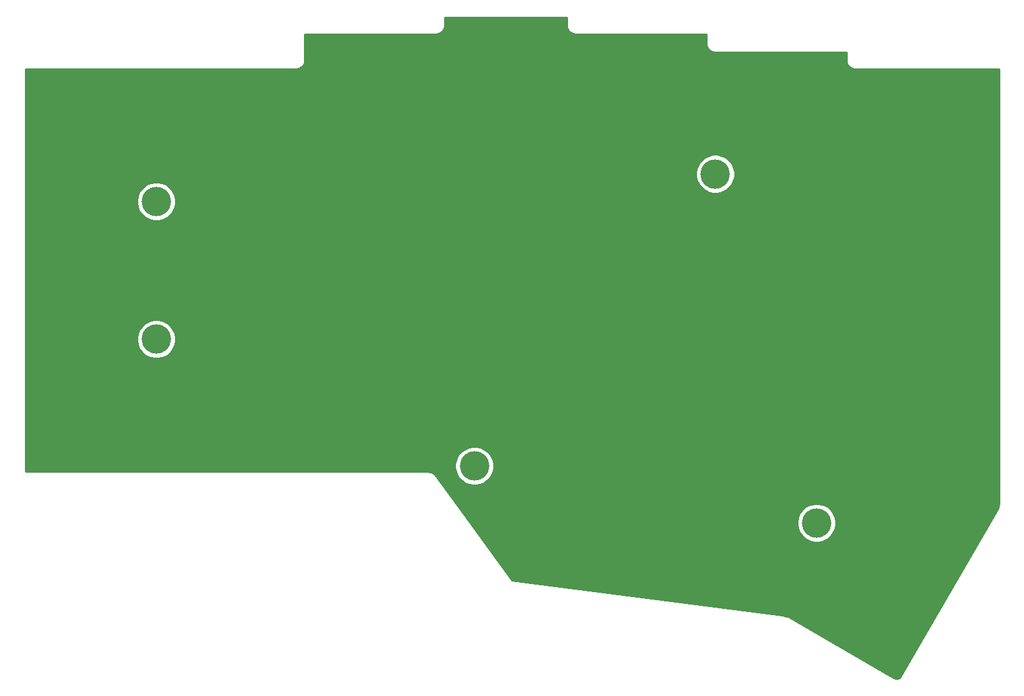
<source format=gbr>
%TF.GenerationSoftware,KiCad,Pcbnew,7.0.7*%
%TF.CreationDate,2023-09-12T18:25:18+01:00*%
%TF.ProjectId,bottom,626f7474-6f6d-42e6-9b69-6361645f7063,1.0*%
%TF.SameCoordinates,Original*%
%TF.FileFunction,Copper,L2,Bot*%
%TF.FilePolarity,Positive*%
%FSLAX46Y46*%
G04 Gerber Fmt 4.6, Leading zero omitted, Abs format (unit mm)*
G04 Created by KiCad (PCBNEW 7.0.7) date 2023-09-12 18:25:18*
%MOMM*%
%LPD*%
G01*
G04 APERTURE LIST*
%TA.AperFunction,NonConductor*%
%ADD10C,0.000000*%
%TD*%
%TA.AperFunction,ViaPad*%
%ADD11C,4.000000*%
%TD*%
%TA.AperFunction,Conductor*%
%ADD12C,0.254000*%
%TD*%
G04 APERTURE END LIST*
D10*
%TA.AperFunction,NonConductor*%
G36*
X135290000Y-62784880D02*
G01*
X135292960Y-62814880D01*
X135292930Y-62817840D01*
X135293900Y-62827710D01*
X135298940Y-62875660D01*
X135300270Y-62889180D01*
X135300410Y-62889630D01*
X135304100Y-62924750D01*
X135317050Y-62987810D01*
X135329100Y-63051000D01*
X135331960Y-63060490D01*
X135360820Y-63153710D01*
X135385750Y-63213020D01*
X135409870Y-63272700D01*
X135414520Y-63281450D01*
X135460930Y-63367290D01*
X135496900Y-63420610D01*
X135532150Y-63474490D01*
X135538420Y-63482170D01*
X135600620Y-63557360D01*
X135646270Y-63602690D01*
X135691300Y-63648670D01*
X135698940Y-63654990D01*
X135774560Y-63716670D01*
X135828150Y-63752270D01*
X135881260Y-63788640D01*
X135889980Y-63793360D01*
X135976140Y-63839170D01*
X136035610Y-63863680D01*
X136094780Y-63889040D01*
X136104250Y-63891970D01*
X136197670Y-63920170D01*
X136260790Y-63932670D01*
X136323740Y-63946050D01*
X136333600Y-63947090D01*
X136430720Y-63956610D01*
X136465120Y-63960000D01*
X154290000Y-63960000D01*
X154290000Y-65284880D01*
X154292960Y-65314880D01*
X154292930Y-65317840D01*
X154293900Y-65327710D01*
X154298940Y-65375660D01*
X154300270Y-65389180D01*
X154300410Y-65389630D01*
X154304100Y-65424750D01*
X154317050Y-65487810D01*
X154329100Y-65551000D01*
X154331960Y-65560490D01*
X154360820Y-65653710D01*
X154385750Y-65713020D01*
X154409870Y-65772700D01*
X154414520Y-65781450D01*
X154460930Y-65867290D01*
X154496900Y-65920610D01*
X154532150Y-65974490D01*
X154538420Y-65982170D01*
X154600620Y-66057360D01*
X154646270Y-66102690D01*
X154691300Y-66148670D01*
X154698940Y-66154990D01*
X154774560Y-66216670D01*
X154828150Y-66252270D01*
X154881260Y-66288640D01*
X154889980Y-66293360D01*
X154976140Y-66339170D01*
X155035610Y-66363680D01*
X155094780Y-66389040D01*
X155104250Y-66391970D01*
X155197670Y-66420170D01*
X155260790Y-66432670D01*
X155323740Y-66446050D01*
X155333600Y-66447090D01*
X155430720Y-66456610D01*
X155465120Y-66460000D01*
X173290000Y-66460000D01*
X173290000Y-67534880D01*
X173292960Y-67564870D01*
X173292930Y-67567840D01*
X173293900Y-67577710D01*
X173298960Y-67625800D01*
X173300270Y-67639180D01*
X173300410Y-67639630D01*
X173304100Y-67674750D01*
X173317050Y-67737810D01*
X173329100Y-67801000D01*
X173331960Y-67810490D01*
X173360820Y-67903710D01*
X173385750Y-67963020D01*
X173409870Y-68022700D01*
X173414520Y-68031450D01*
X173460930Y-68117290D01*
X173496900Y-68170610D01*
X173532150Y-68224490D01*
X173538420Y-68232170D01*
X173600620Y-68307360D01*
X173646270Y-68352690D01*
X173691300Y-68398670D01*
X173698940Y-68404990D01*
X173774560Y-68466670D01*
X173828150Y-68502270D01*
X173881260Y-68538640D01*
X173889980Y-68543360D01*
X173976140Y-68589170D01*
X174035610Y-68613680D01*
X174094780Y-68639040D01*
X174104250Y-68641970D01*
X174197670Y-68670170D01*
X174260790Y-68682670D01*
X174323740Y-68696050D01*
X174333600Y-68697090D01*
X174430720Y-68706610D01*
X174465120Y-68710000D01*
X194040000Y-68710000D01*
X194040000Y-127945010D01*
X194020390Y-128176840D01*
X193964580Y-128371000D01*
X193883510Y-128538740D01*
X193881090Y-128545330D01*
X180708000Y-151380340D01*
X180620780Y-151486710D01*
X180519300Y-151570200D01*
X180403530Y-151632400D01*
X180277890Y-151670930D01*
X180147150Y-151684310D01*
X180016310Y-151672050D01*
X179890340Y-151634610D01*
X179794330Y-151584090D01*
X179785340Y-151577650D01*
X165399940Y-143267760D01*
X165304480Y-143224480D01*
X165168290Y-143192690D01*
X165156670Y-143192310D01*
X164634050Y-143088830D01*
X164576190Y-143075430D01*
X127878030Y-138300670D01*
X121993250Y-130240480D01*
X166615000Y-130240480D01*
X166615000Y-130759530D01*
X166716260Y-131268600D01*
X166914890Y-131748140D01*
X167203260Y-132179720D01*
X167570290Y-132546740D01*
X168001860Y-132835110D01*
X168481400Y-133033740D01*
X168990480Y-133135000D01*
X169509530Y-133135000D01*
X170018600Y-133033740D01*
X170498140Y-132835110D01*
X170929720Y-132546740D01*
X171296740Y-132179720D01*
X171585110Y-131748140D01*
X171783740Y-131268600D01*
X171885000Y-130759530D01*
X171885000Y-130240480D01*
X171783740Y-129731400D01*
X171585110Y-129251860D01*
X171296740Y-128820290D01*
X170929720Y-128453260D01*
X170498140Y-128164890D01*
X170018600Y-127966260D01*
X169509530Y-127865000D01*
X168990480Y-127865000D01*
X168481400Y-127966260D01*
X168001860Y-128164890D01*
X167570290Y-128453260D01*
X167203260Y-128820290D01*
X166914890Y-129251860D01*
X166716260Y-129731400D01*
X166615000Y-130240480D01*
X121993250Y-130240480D01*
X117460570Y-124032210D01*
X117448380Y-124008790D01*
X117423910Y-123978240D01*
X117405650Y-123950330D01*
X117383190Y-123927390D01*
X117361760Y-123900640D01*
X117354780Y-123893590D01*
X117353550Y-123892360D01*
X117335050Y-123877210D01*
X117333060Y-123874980D01*
X117328510Y-123871560D01*
X117308700Y-123851330D01*
X117301060Y-123845010D01*
X117225440Y-123783330D01*
X117171850Y-123747730D01*
X117118740Y-123711360D01*
X117110020Y-123706640D01*
X117023860Y-123660830D01*
X116964390Y-123636320D01*
X116905220Y-123610960D01*
X116895750Y-123608030D01*
X116802330Y-123579830D01*
X116739210Y-123567330D01*
X116676260Y-123553950D01*
X116666400Y-123552910D01*
X116569280Y-123543390D01*
X116534880Y-123540000D01*
X61710000Y-123540000D01*
X61710000Y-122490480D01*
X120115000Y-122490480D01*
X120115000Y-123009530D01*
X120216260Y-123518600D01*
X120414890Y-123998140D01*
X120703260Y-124429720D01*
X121070290Y-124796740D01*
X121501860Y-125085110D01*
X121981400Y-125283740D01*
X122490480Y-125385000D01*
X123009530Y-125385000D01*
X123518600Y-125283740D01*
X123998140Y-125085110D01*
X124429720Y-124796740D01*
X124796740Y-124429720D01*
X125085110Y-123998140D01*
X125283740Y-123518600D01*
X125385000Y-123009530D01*
X125385000Y-122490480D01*
X125283740Y-121981400D01*
X125085110Y-121501860D01*
X124796740Y-121070290D01*
X124429720Y-120703260D01*
X123998140Y-120414890D01*
X123518600Y-120216260D01*
X123009530Y-120115000D01*
X122490480Y-120115000D01*
X121981400Y-120216260D01*
X121501860Y-120414890D01*
X121070290Y-120703260D01*
X120703260Y-121070290D01*
X120414890Y-121501860D01*
X120216260Y-121981400D01*
X120115000Y-122490480D01*
X61710000Y-122490480D01*
X61710000Y-105240480D01*
X76865000Y-105240480D01*
X76865000Y-105759530D01*
X76966260Y-106268600D01*
X77164890Y-106748140D01*
X77453260Y-107179720D01*
X77820290Y-107546740D01*
X78251860Y-107835110D01*
X78731400Y-108033740D01*
X79240480Y-108135000D01*
X79759530Y-108135000D01*
X80268600Y-108033740D01*
X80748140Y-107835110D01*
X81179720Y-107546740D01*
X81546740Y-107179720D01*
X81835110Y-106748140D01*
X82033740Y-106268600D01*
X82135000Y-105759530D01*
X82135000Y-105240480D01*
X82033740Y-104731400D01*
X81835110Y-104251860D01*
X81546740Y-103820290D01*
X81179720Y-103453260D01*
X80748140Y-103164890D01*
X80268600Y-102966260D01*
X79759530Y-102865000D01*
X79240480Y-102865000D01*
X78731400Y-102966260D01*
X78251860Y-103164890D01*
X77820290Y-103453260D01*
X77453260Y-103820290D01*
X77164890Y-104251860D01*
X76966260Y-104731400D01*
X76865000Y-105240480D01*
X61710000Y-105240480D01*
X61710000Y-86490480D01*
X76865000Y-86490480D01*
X76865000Y-87009530D01*
X76966260Y-87518600D01*
X77164890Y-87998140D01*
X77453260Y-88429720D01*
X77820290Y-88796740D01*
X78251860Y-89085110D01*
X78731400Y-89283740D01*
X79240480Y-89385000D01*
X79759530Y-89385000D01*
X80268600Y-89283740D01*
X80748140Y-89085110D01*
X81179720Y-88796740D01*
X81546740Y-88429720D01*
X81835110Y-87998140D01*
X82033740Y-87518600D01*
X82135000Y-87009530D01*
X82135000Y-86490480D01*
X82033740Y-85981400D01*
X81835110Y-85501860D01*
X81546740Y-85070290D01*
X81179720Y-84703260D01*
X80748140Y-84414890D01*
X80268600Y-84216260D01*
X79759530Y-84115000D01*
X79240480Y-84115000D01*
X78731400Y-84216260D01*
X78251860Y-84414890D01*
X77820290Y-84703260D01*
X77453260Y-85070290D01*
X77164890Y-85501860D01*
X76966260Y-85981400D01*
X76865000Y-86490480D01*
X61710000Y-86490480D01*
X61710000Y-82740480D01*
X152865000Y-82740480D01*
X152865000Y-83259530D01*
X152966260Y-83768600D01*
X153164890Y-84248140D01*
X153453260Y-84679720D01*
X153820290Y-85046740D01*
X154251860Y-85335110D01*
X154731400Y-85533740D01*
X155240480Y-85635000D01*
X155759530Y-85635000D01*
X156268600Y-85533740D01*
X156748140Y-85335110D01*
X157179720Y-85046740D01*
X157546740Y-84679720D01*
X157835110Y-84248140D01*
X158033740Y-83768600D01*
X158135000Y-83259530D01*
X158135000Y-82740480D01*
X158033740Y-82231400D01*
X157835110Y-81751860D01*
X157546740Y-81320290D01*
X157179720Y-80953260D01*
X156748140Y-80664890D01*
X156268600Y-80466260D01*
X155759530Y-80365000D01*
X155240480Y-80365000D01*
X154731400Y-80466260D01*
X154251860Y-80664890D01*
X153820290Y-80953260D01*
X153453260Y-81320290D01*
X153164890Y-81751860D01*
X152966260Y-82231400D01*
X152865000Y-82740480D01*
X61710000Y-82740480D01*
X61710000Y-68710000D01*
X98534880Y-68710000D01*
X98564880Y-68707050D01*
X98567840Y-68707070D01*
X98577710Y-68706100D01*
X98625650Y-68701060D01*
X98639180Y-68699730D01*
X98639640Y-68699590D01*
X98674750Y-68695900D01*
X98737810Y-68682960D01*
X98801000Y-68670900D01*
X98810490Y-68668040D01*
X98903710Y-68639180D01*
X98963020Y-68614250D01*
X99022700Y-68590140D01*
X99031450Y-68585480D01*
X99117290Y-68539070D01*
X99170610Y-68503100D01*
X99224490Y-68467850D01*
X99232170Y-68461580D01*
X99307360Y-68399380D01*
X99352690Y-68353730D01*
X99398670Y-68308700D01*
X99404990Y-68301060D01*
X99466670Y-68225440D01*
X99502270Y-68171850D01*
X99538640Y-68118740D01*
X99543360Y-68110020D01*
X99589170Y-68023860D01*
X99613680Y-67964390D01*
X99639040Y-67905220D01*
X99641970Y-67895750D01*
X99670170Y-67802330D01*
X99682670Y-67739210D01*
X99696050Y-67676260D01*
X99697090Y-67666400D01*
X99706610Y-67569280D01*
X99710000Y-67534880D01*
X99710000Y-63960000D01*
X117534880Y-63960000D01*
X117564880Y-63957050D01*
X117567840Y-63957070D01*
X117577710Y-63956100D01*
X117625650Y-63951060D01*
X117639180Y-63949730D01*
X117639640Y-63949590D01*
X117674750Y-63945900D01*
X117737810Y-63932960D01*
X117801000Y-63920900D01*
X117810490Y-63918040D01*
X117903710Y-63889180D01*
X117963020Y-63864250D01*
X118022700Y-63840140D01*
X118031450Y-63835480D01*
X118117290Y-63789070D01*
X118170610Y-63753100D01*
X118224490Y-63717850D01*
X118232170Y-63711580D01*
X118307360Y-63649380D01*
X118352690Y-63603730D01*
X118398670Y-63558700D01*
X118404990Y-63551060D01*
X118466670Y-63475440D01*
X118502270Y-63421850D01*
X118538640Y-63368740D01*
X118543360Y-63360020D01*
X118589170Y-63273860D01*
X118613680Y-63214390D01*
X118639040Y-63155220D01*
X118641970Y-63145750D01*
X118670170Y-63052330D01*
X118682670Y-62989210D01*
X118696050Y-62926260D01*
X118697090Y-62916400D01*
X118706610Y-62819280D01*
X118710000Y-62784880D01*
X118710000Y-61710000D01*
X135290000Y-61710000D01*
X135290000Y-62784880D01*
G37*
%TD.AperFunction*%
D11*
%TO.N,*%
X155500000Y-83000000D03*
X79500000Y-105500000D03*
X169250000Y-130500000D03*
X122750000Y-122750000D03*
X79500000Y-86750000D03*
%TD*%
D12*
%TO.N,*%
X117674750Y-63945900D02*
X117737810Y-63932960D01*
X99670170Y-67802330D02*
X99682670Y-67739210D01*
X124429720Y-124796740D02*
X124796740Y-124429720D01*
X173774560Y-68466670D02*
X173828150Y-68502270D01*
X79240480Y-89385000D02*
X79759530Y-89385000D01*
X154774560Y-66216670D02*
X154828150Y-66252270D01*
X158033740Y-83768600D02*
X158135000Y-83259530D01*
X166615000Y-130240480D02*
X166615000Y-130759530D01*
X170498140Y-128164890D02*
X170018600Y-127966260D01*
X135409870Y-63272700D02*
X135414520Y-63281450D01*
X116569280Y-123543390D02*
X116534880Y-123540000D01*
X180403530Y-151632400D02*
X180277890Y-151670930D01*
X135600620Y-63557360D02*
X135646270Y-63602690D01*
X98639180Y-68699730D02*
X98639640Y-68699590D01*
X99022700Y-68590140D02*
X99031450Y-68585480D01*
X169509530Y-133135000D02*
X170018600Y-133033740D01*
X173331960Y-67810490D02*
X173360820Y-67903710D01*
X117361760Y-123900640D02*
X117354780Y-123893590D01*
X117301060Y-123845010D02*
X117225440Y-123783330D01*
X99706610Y-67569280D02*
X99710000Y-67534880D01*
X154731400Y-85533740D02*
X155240480Y-85635000D01*
X173360820Y-67903710D02*
X173385750Y-67963020D01*
X117625650Y-63951060D02*
X117639180Y-63949730D01*
X81835110Y-85501860D02*
X81546740Y-85070290D01*
X171585110Y-129251860D02*
X171296740Y-128820290D01*
X154691300Y-66148670D02*
X154698940Y-66154990D01*
X136323740Y-63946050D02*
X136333600Y-63947090D01*
X77164890Y-87998140D02*
X77453260Y-88429720D01*
X136430720Y-63956610D02*
X136430720Y-63956610D01*
X78251860Y-89085110D02*
X78731400Y-89283740D01*
X82135000Y-87009530D02*
X82135000Y-86490480D01*
X152865000Y-82740480D02*
X61710000Y-82740480D01*
X155240480Y-80365000D02*
X154731400Y-80466260D01*
X194040000Y-127945010D02*
X194020390Y-128176840D01*
X120703260Y-121070290D02*
X120414890Y-121501860D01*
X117110020Y-123706640D02*
X117023860Y-123660830D01*
X193883510Y-128538740D02*
X193881090Y-128545330D01*
X171585110Y-131748140D02*
X171783740Y-131268600D01*
X118307360Y-63649380D02*
X118352690Y-63603730D01*
X123998140Y-120414890D02*
X123518600Y-120216260D01*
X135300270Y-62889180D02*
X135300410Y-62889630D01*
X99224490Y-68467850D02*
X99232170Y-68461580D01*
X117564880Y-63957050D02*
X117567840Y-63957070D01*
X168001860Y-128164890D02*
X167570290Y-128453260D01*
X173385750Y-67963020D02*
X173409870Y-68022700D01*
X99232170Y-68461580D02*
X99307360Y-68399380D01*
X152966260Y-83768600D02*
X153164890Y-84248140D01*
X173691300Y-68398670D02*
X173698940Y-68404990D01*
X174430720Y-68706610D02*
X174430720Y-68706610D01*
X155104250Y-66391970D02*
X155197670Y-66420170D01*
X135698940Y-63654990D02*
X135774560Y-63716670D01*
X154889980Y-66293360D02*
X154976140Y-66339170D01*
X118706610Y-62819280D02*
X118710000Y-62784880D01*
X121981400Y-120216260D02*
X121501860Y-120414890D01*
X98674750Y-68695900D02*
X98737810Y-68682960D01*
X135331960Y-63060490D02*
X135360820Y-63153710D01*
X98534880Y-68710000D02*
X98564880Y-68707050D01*
X136430720Y-63956610D02*
X136465120Y-63960000D01*
X154331960Y-65560490D02*
X154360820Y-65653710D01*
X118398670Y-63558700D02*
X118404990Y-63551060D01*
X154300270Y-65389180D02*
X154300410Y-65389630D01*
X154290000Y-63960000D02*
X154290000Y-65284880D01*
X154385750Y-65713020D02*
X154409870Y-65772700D01*
X170018600Y-133033740D02*
X170498140Y-132835110D01*
X154290000Y-65284880D02*
X154292960Y-65314880D01*
X155465120Y-66460000D02*
X173290000Y-66460000D01*
X80748140Y-89085110D02*
X81179720Y-88796740D01*
X118641970Y-63145750D02*
X118670170Y-63052330D01*
X135290000Y-62784880D02*
X135292960Y-62814880D01*
X77453260Y-88429720D02*
X77820290Y-88796740D01*
X135691300Y-63648670D02*
X135698940Y-63654990D01*
X99031450Y-68585480D02*
X99117290Y-68539070D01*
X118022700Y-63840140D02*
X118031450Y-63835480D01*
X118117290Y-63789070D02*
X118170610Y-63753100D01*
X61710000Y-68710000D02*
X98534880Y-68710000D01*
X120216260Y-123518600D02*
X120414890Y-123998140D01*
X155430720Y-66456610D02*
X155465120Y-66460000D01*
X98564880Y-68707050D02*
X98567840Y-68707070D01*
X153453260Y-81320290D02*
X153164890Y-81751860D01*
X117639180Y-63949730D02*
X117639640Y-63949590D01*
X155035610Y-66363680D02*
X155094780Y-66389040D01*
X99352690Y-68353730D02*
X99398670Y-68308700D01*
X117328510Y-123871560D02*
X117308700Y-123851330D01*
X153453260Y-84679720D02*
X153820290Y-85046740D01*
X116569280Y-123543390D02*
X116569280Y-123543390D01*
X78731400Y-108033740D02*
X79240480Y-108135000D01*
X116739210Y-123567330D02*
X116676260Y-123553950D01*
X99502270Y-68171850D02*
X99538640Y-68118740D01*
X124796740Y-124429720D02*
X125085110Y-123998140D01*
X98903710Y-68639180D02*
X98963020Y-68614250D01*
X79240480Y-108135000D02*
X79759530Y-108135000D01*
X116895750Y-123608030D02*
X116802330Y-123579830D01*
X135360820Y-63153710D02*
X135385750Y-63213020D01*
X165168290Y-143192690D02*
X165156670Y-143192310D01*
X174430720Y-68706610D02*
X174465120Y-68710000D01*
X157835110Y-84248140D02*
X158033740Y-83768600D01*
X118696050Y-62926260D02*
X118697090Y-62916400D01*
X125385000Y-123009530D02*
X125385000Y-122490480D01*
X135293900Y-62827710D02*
X135298940Y-62875660D01*
X98639640Y-68699590D02*
X98674750Y-68695900D01*
X117460570Y-124032210D02*
X117448380Y-124008790D01*
X154251860Y-80664890D02*
X153820290Y-80953260D01*
X166914890Y-131748140D02*
X167203260Y-132179720D01*
X120414890Y-123998140D02*
X120703260Y-124429720D01*
X194020390Y-128176840D02*
X193964580Y-128371000D01*
X78251860Y-103164890D02*
X77820290Y-103453260D01*
X77820290Y-103453260D02*
X77453260Y-103820290D01*
X118538640Y-63368740D02*
X118543360Y-63360020D01*
X118613680Y-63214390D02*
X118639040Y-63155220D01*
X82033740Y-87518600D02*
X82135000Y-87009530D01*
X117354780Y-123893590D02*
X117353550Y-123892360D01*
X79759530Y-89385000D02*
X80268600Y-89283740D01*
X117023860Y-123660830D02*
X116964390Y-123636320D01*
X156268600Y-80466260D02*
X155759530Y-80365000D01*
X164576190Y-143075430D02*
X127878030Y-138300670D01*
X77164890Y-106748140D02*
X77453260Y-107179720D01*
X77164890Y-85501860D02*
X76966260Y-85981400D01*
X61710000Y-82740480D02*
X61710000Y-68710000D01*
X173881260Y-68538640D02*
X173889980Y-68543360D01*
X174333600Y-68697090D02*
X174430720Y-68706610D01*
X117118740Y-123711360D02*
X117110020Y-123706640D01*
X152865000Y-83259530D02*
X152966260Y-83768600D01*
X179785340Y-151577650D02*
X165399940Y-143267760D01*
X173646270Y-68352690D02*
X173691300Y-68398670D01*
X121501860Y-120414890D02*
X121070290Y-120703260D01*
X79759530Y-84115000D02*
X79240480Y-84115000D01*
X99543360Y-68110020D02*
X99589170Y-68023860D01*
X116905220Y-123610960D02*
X116895750Y-123608030D01*
X166914890Y-129251860D02*
X166716260Y-129731400D01*
X118589170Y-63273860D02*
X118613680Y-63214390D01*
X173292930Y-67567840D02*
X173293900Y-67577710D01*
X173828150Y-68502270D02*
X173881260Y-68538640D01*
X117308700Y-123851330D02*
X117301060Y-123845010D01*
X118543360Y-63360020D02*
X118589170Y-63273860D01*
X153820290Y-85046740D02*
X154251860Y-85335110D01*
X157546740Y-81320290D02*
X157179720Y-80953260D01*
X135976140Y-63839170D02*
X136035610Y-63863680D01*
X154300410Y-65389630D02*
X154304100Y-65424750D01*
X121993250Y-130240480D02*
X166615000Y-130240480D01*
X179890340Y-151634610D02*
X179794330Y-151584090D01*
X99538640Y-68118740D02*
X99543360Y-68110020D01*
X81835110Y-104251860D02*
X81546740Y-103820290D01*
X77453260Y-103820290D02*
X77164890Y-104251860D01*
X117171850Y-123747730D02*
X117118740Y-123711360D01*
X165304480Y-143224480D02*
X165168290Y-143192690D01*
X154292960Y-65314880D02*
X154292930Y-65317840D01*
X135460930Y-63367290D02*
X135496900Y-63420610D01*
X136465120Y-63960000D02*
X154290000Y-63960000D01*
X168990480Y-127865000D02*
X168481400Y-127966260D01*
X166615000Y-130240480D02*
X121993250Y-130240480D01*
X118710000Y-61710000D02*
X135290000Y-61710000D01*
X180277890Y-151670930D02*
X180147150Y-151684310D01*
X79759530Y-102865000D02*
X79240480Y-102865000D01*
X77164890Y-104251860D02*
X76966260Y-104731400D01*
X77820290Y-84703260D02*
X77453260Y-85070290D01*
X170929720Y-132546740D02*
X171296740Y-132179720D01*
X61710000Y-82740480D02*
X152865000Y-82740480D01*
X136035610Y-63863680D02*
X136094780Y-63889040D01*
X117810490Y-63918040D02*
X117903710Y-63889180D01*
X116676260Y-123553950D02*
X116666400Y-123552910D01*
X121993250Y-130240480D02*
X117460570Y-124032210D01*
X81179720Y-84703260D02*
X80748140Y-84414890D01*
X171885000Y-130759530D02*
X171885000Y-130240480D01*
X171885000Y-130240480D02*
X171783740Y-129731400D01*
X80268600Y-89283740D02*
X80748140Y-89085110D01*
X127878030Y-138300670D02*
X121993250Y-130240480D01*
X78731400Y-102966260D02*
X78251860Y-103164890D01*
X99641970Y-67895750D02*
X99670170Y-67802330D01*
X166716260Y-129731400D02*
X166615000Y-130240480D01*
X154414520Y-65781450D02*
X154460930Y-65867290D01*
X82033740Y-106268600D02*
X82135000Y-105759530D01*
X120703260Y-124429720D02*
X121070290Y-124796740D01*
X154828150Y-66252270D02*
X154881260Y-66288640D01*
X78251860Y-84414890D02*
X77820290Y-84703260D01*
X123998140Y-125085110D02*
X124429720Y-124796740D01*
X76966260Y-85981400D02*
X76865000Y-86490480D01*
X135290000Y-61710000D02*
X135290000Y-62784880D01*
X118670170Y-63052330D02*
X118682670Y-62989210D01*
X118404990Y-63551060D02*
X118466670Y-63475440D01*
X117423910Y-123978240D02*
X117405650Y-123950330D01*
X157179720Y-85046740D02*
X157546740Y-84679720D01*
X124429720Y-120703260D02*
X123998140Y-120414890D01*
X123009530Y-120115000D02*
X122490480Y-120115000D01*
X118170610Y-63753100D02*
X118224490Y-63717850D01*
X154317050Y-65487810D02*
X154329100Y-65551000D01*
X120115000Y-123009530D02*
X120216260Y-123518600D01*
X155430720Y-66456610D02*
X155430720Y-66456610D01*
X61710000Y-123540000D02*
X61710000Y-122490480D01*
X125283740Y-121981400D02*
X125085110Y-121501860D01*
X77820290Y-88796740D02*
X78251860Y-89085110D01*
X157835110Y-81751860D02*
X157546740Y-81320290D01*
X76865000Y-105759530D02*
X76966260Y-106268600D01*
X117903710Y-63889180D02*
X117963020Y-63864250D01*
X155094780Y-66389040D02*
X155104250Y-66391970D01*
X193964580Y-128371000D02*
X193883510Y-128538740D01*
X164634050Y-143088830D02*
X164576190Y-143075430D01*
X118502270Y-63421850D02*
X118538640Y-63368740D01*
X156268600Y-85533740D02*
X156748140Y-85335110D01*
X116964390Y-123636320D02*
X116905220Y-123610960D01*
X173304100Y-67674750D02*
X173317050Y-67737810D01*
X166716260Y-131268600D02*
X166914890Y-131748140D01*
X174465120Y-68710000D02*
X194040000Y-68710000D01*
X76865000Y-87009530D02*
X76966260Y-87518600D01*
X180620780Y-151486710D02*
X180519300Y-151570200D01*
X98625650Y-68701060D02*
X98639180Y-68699730D01*
X118466670Y-63475440D02*
X118502270Y-63421850D01*
X155197670Y-66420170D02*
X155260790Y-66432670D01*
X135774560Y-63716670D02*
X135828150Y-63752270D01*
X173976140Y-68589170D02*
X174035610Y-68613680D01*
X135646270Y-63602690D02*
X135691300Y-63648670D01*
X117639640Y-63949590D02*
X117674750Y-63945900D01*
X167570290Y-132546740D02*
X168001860Y-132835110D01*
X173889980Y-68543360D02*
X173976140Y-68589170D01*
X193881090Y-128545330D02*
X180708000Y-151380340D01*
X136104250Y-63891970D02*
X136197670Y-63920170D01*
X168481400Y-133033740D02*
X168990480Y-133135000D01*
X81179720Y-107546740D02*
X81546740Y-107179720D01*
X173300410Y-67639630D02*
X173304100Y-67674750D01*
X135414520Y-63281450D02*
X135460930Y-63367290D01*
X123009530Y-125385000D02*
X123518600Y-125283740D01*
X118697090Y-62916400D02*
X118706610Y-62819280D01*
X173409870Y-68022700D02*
X173414520Y-68031450D01*
X61710000Y-105240480D02*
X61710000Y-86490480D01*
X125085110Y-121501860D02*
X124796740Y-121070290D01*
X136333600Y-63947090D02*
X136430720Y-63956610D01*
X99710000Y-63960000D02*
X117534880Y-63960000D01*
X170018600Y-127966260D02*
X169509530Y-127865000D01*
X120216260Y-121981400D02*
X120115000Y-122490480D01*
X118706610Y-62819280D02*
X118706610Y-62819280D01*
X167203260Y-132179720D02*
X167570290Y-132546740D01*
X173300270Y-67639180D02*
X173300410Y-67639630D01*
X174197670Y-68670170D02*
X174260790Y-68682670D01*
X117333060Y-123874980D02*
X117328510Y-123871560D01*
X171296740Y-132179720D02*
X171585110Y-131748140D01*
X154976140Y-66339170D02*
X155035610Y-66363680D01*
X179794330Y-151584090D02*
X179785340Y-151577650D01*
X81546740Y-85070290D02*
X81179720Y-84703260D01*
X120115000Y-122490480D02*
X120115000Y-123009530D01*
X173329100Y-67801000D02*
X173331960Y-67810490D01*
X117405650Y-123950330D02*
X117383190Y-123927390D01*
X118682670Y-62989210D02*
X118696050Y-62926260D01*
X98567840Y-68707070D02*
X98577710Y-68706100D01*
X154329100Y-65551000D02*
X154331960Y-65560490D01*
X61710000Y-122490480D02*
X120115000Y-122490480D01*
X79240480Y-84115000D02*
X78731400Y-84216260D01*
X180708000Y-151380340D02*
X180620780Y-151486710D01*
X99466670Y-68225440D02*
X99502270Y-68171850D01*
X169509530Y-127865000D02*
X168990480Y-127865000D01*
X99682670Y-67739210D02*
X99696050Y-67676260D01*
X173600620Y-68307360D02*
X173646270Y-68352690D01*
X61710000Y-86490480D02*
X76865000Y-86490480D01*
X82135000Y-105240480D02*
X82033740Y-104731400D01*
X116802330Y-123579830D02*
X116739210Y-123567330D01*
X154298940Y-65375660D02*
X154300270Y-65389180D01*
X77820290Y-107546740D02*
X78251860Y-107835110D01*
X123518600Y-120216260D02*
X123009530Y-120115000D01*
X117801000Y-63920900D02*
X117810490Y-63918040D01*
X120115000Y-122490480D02*
X61710000Y-122490480D01*
X135889980Y-63793360D02*
X135976140Y-63839170D01*
X173292960Y-67564870D02*
X173292930Y-67567840D01*
X135532150Y-63474490D02*
X135538420Y-63482170D01*
X122490480Y-120115000D02*
X121981400Y-120216260D01*
X117383190Y-123927390D02*
X117361760Y-123900640D01*
X180147150Y-151684310D02*
X180016310Y-151672050D01*
X76966260Y-87518600D02*
X77164890Y-87998140D01*
X135881260Y-63788640D02*
X135889980Y-63793360D01*
X81546740Y-88429720D02*
X81835110Y-87998140D01*
X173460930Y-68117290D02*
X173496900Y-68170610D01*
X158135000Y-82740480D02*
X158033740Y-82231400D01*
X120414890Y-121501860D02*
X120216260Y-121981400D01*
X121501860Y-125085110D02*
X121981400Y-125283740D01*
X118639040Y-63155220D02*
X118641970Y-63145750D01*
X154496900Y-65920610D02*
X154532150Y-65974490D01*
X171783740Y-131268600D02*
X171885000Y-130759530D01*
X173496900Y-68170610D02*
X173532150Y-68224490D01*
X135292960Y-62814880D02*
X135292930Y-62817840D01*
X81835110Y-106748140D02*
X82033740Y-106268600D01*
X173317050Y-67737810D02*
X173329100Y-67801000D01*
X80748140Y-107835110D02*
X81179720Y-107546740D01*
X99170610Y-68503100D02*
X99224490Y-68467850D01*
X157546740Y-84679720D02*
X157835110Y-84248140D01*
X154698940Y-66154990D02*
X154774560Y-66216670D01*
X174104250Y-68641970D02*
X174197670Y-68670170D01*
X166615000Y-130759530D02*
X166716260Y-131268600D01*
X117567840Y-63957070D02*
X117577710Y-63956100D01*
X135329100Y-63051000D02*
X135331960Y-63060490D01*
X156748140Y-80664890D02*
X156268600Y-80466260D01*
X81179720Y-103453260D02*
X80748140Y-103164890D01*
X76865000Y-105240480D02*
X61710000Y-105240480D01*
X154538420Y-65982170D02*
X154600620Y-66057360D01*
X82033740Y-104731400D02*
X81835110Y-104251860D01*
X168001860Y-132835110D02*
X168481400Y-133033740D01*
X118710000Y-62784880D02*
X118710000Y-61710000D01*
X117335050Y-123877210D02*
X117333060Y-123874980D01*
X99696050Y-67676260D02*
X99697090Y-67666400D01*
X121070290Y-124796740D02*
X121501860Y-125085110D01*
X154409870Y-65772700D02*
X154414520Y-65781450D01*
X154532150Y-65974490D02*
X154538420Y-65982170D01*
X180016310Y-151672050D02*
X179890340Y-151634610D01*
X153820290Y-80953260D02*
X153453260Y-81320290D01*
X76865000Y-105240480D02*
X76865000Y-105759530D01*
X157179720Y-80953260D02*
X156748140Y-80664890D01*
X154360820Y-65653710D02*
X154385750Y-65713020D01*
X79759530Y-108135000D02*
X80268600Y-108033740D01*
X158135000Y-83259530D02*
X158135000Y-82740480D01*
X122490480Y-125385000D02*
X123009530Y-125385000D01*
X173293900Y-67577710D02*
X173298960Y-67625800D01*
X61710000Y-86490480D02*
X61710000Y-82740480D01*
X117737810Y-63932960D02*
X117801000Y-63920900D01*
X174094780Y-68639040D02*
X174104250Y-68641970D01*
X171783740Y-129731400D02*
X171585110Y-129251860D01*
X154292930Y-65317840D02*
X154293900Y-65327710D01*
X173298960Y-67625800D02*
X173300270Y-67639180D01*
X116666400Y-123552910D02*
X116569280Y-123543390D01*
X167203260Y-128820290D02*
X166914890Y-129251860D01*
X61710000Y-105240480D02*
X76865000Y-105240480D01*
X99697090Y-67666400D02*
X99706610Y-67569280D01*
X82033740Y-85981400D02*
X81835110Y-85501860D01*
X98737810Y-68682960D02*
X98801000Y-68670900D01*
X155759530Y-85635000D02*
X156268600Y-85533740D01*
X98810490Y-68668040D02*
X98903710Y-68639180D01*
X165156670Y-143192310D02*
X164634050Y-143088830D01*
X173290000Y-66460000D02*
X173290000Y-67534880D01*
X125085110Y-123998140D02*
X125283740Y-123518600D01*
X155260790Y-66432670D02*
X155323740Y-66446050D01*
X168481400Y-127966260D02*
X168001860Y-128164890D01*
X135385750Y-63213020D02*
X135409870Y-63272700D01*
X135496900Y-63420610D02*
X135532150Y-63474490D01*
X117577710Y-63956100D02*
X117625650Y-63951060D01*
X154731400Y-80466260D02*
X154251860Y-80664890D01*
X78731400Y-89283740D02*
X79240480Y-89385000D01*
X117225440Y-123783330D02*
X117171850Y-123747730D01*
X99307360Y-68399380D02*
X99352690Y-68353730D01*
X82135000Y-86490480D02*
X82033740Y-85981400D01*
X158033740Y-82231400D02*
X157835110Y-81751860D01*
X136094780Y-63889040D02*
X136104250Y-63891970D01*
X135304100Y-62924750D02*
X135317050Y-62987810D01*
X99706610Y-67569280D02*
X99706610Y-67569280D01*
X117448380Y-124008790D02*
X117423910Y-123978240D01*
X81546740Y-103820290D02*
X81179720Y-103453260D01*
X135828150Y-63752270D02*
X135881260Y-63788640D01*
X135292930Y-62817840D02*
X135293900Y-62827710D01*
X125283740Y-123518600D02*
X125385000Y-123009530D01*
X171296740Y-128820290D02*
X170929720Y-128453260D01*
X81546740Y-107179720D02*
X81835110Y-106748140D01*
X154600620Y-66057360D02*
X154646270Y-66102690D01*
X99404990Y-68301060D02*
X99466670Y-68225440D01*
X153164890Y-84248140D02*
X153453260Y-84679720D01*
X121981400Y-125283740D02*
X122490480Y-125385000D01*
X99398670Y-68308700D02*
X99404990Y-68301060D01*
X80268600Y-108033740D02*
X80748140Y-107835110D01*
X99639040Y-67905220D02*
X99641970Y-67895750D01*
X155240480Y-85635000D02*
X155759530Y-85635000D01*
X154293900Y-65327710D02*
X154298940Y-65375660D01*
X154251860Y-85335110D02*
X154731400Y-85533740D01*
X78731400Y-84216260D02*
X78251860Y-84414890D01*
X170498140Y-132835110D02*
X170929720Y-132546740D01*
X76865000Y-86490480D02*
X61710000Y-86490480D01*
X152865000Y-82740480D02*
X152865000Y-83259530D01*
X167570290Y-128453260D02*
X167203260Y-128820290D01*
X99589170Y-68023860D02*
X99613680Y-67964390D01*
X180519300Y-151570200D02*
X180403530Y-151632400D01*
X118224490Y-63717850D02*
X118232170Y-63711580D01*
X99613680Y-67964390D02*
X99639040Y-67905220D01*
X154646270Y-66102690D02*
X154691300Y-66148670D01*
X98801000Y-68670900D02*
X98810490Y-68668040D01*
X76966260Y-104731400D02*
X76865000Y-105240480D01*
X99710000Y-67534880D02*
X99710000Y-63960000D01*
X98577710Y-68706100D02*
X98625650Y-68701060D01*
X125385000Y-122490480D02*
X125283740Y-121981400D01*
X80748140Y-84414890D02*
X80268600Y-84216260D01*
X117534880Y-63960000D02*
X117564880Y-63957050D01*
X173414520Y-68031450D02*
X173460930Y-68117290D01*
X173290000Y-67534880D02*
X173292960Y-67564870D01*
X80748140Y-103164890D02*
X80268600Y-102966260D01*
X135317050Y-62987810D02*
X135329100Y-63051000D01*
X153164890Y-81751860D02*
X152966260Y-82231400D01*
X123518600Y-125283740D02*
X123998140Y-125085110D01*
X79240480Y-102865000D02*
X78731400Y-102966260D01*
X118031450Y-63835480D02*
X118117290Y-63789070D01*
X136260790Y-63932670D02*
X136323740Y-63946050D01*
X98963020Y-68614250D02*
X99022700Y-68590140D01*
X81835110Y-87998140D02*
X82033740Y-87518600D01*
X117963020Y-63864250D02*
X118022700Y-63840140D01*
X80268600Y-84216260D02*
X79759530Y-84115000D01*
X135300410Y-62889630D02*
X135304100Y-62924750D01*
X116534880Y-123540000D02*
X61710000Y-123540000D01*
X99117290Y-68539070D02*
X99170610Y-68503100D01*
X156748140Y-85335110D02*
X157179720Y-85046740D01*
X173538420Y-68232170D02*
X173600620Y-68307360D01*
X152966260Y-82231400D02*
X152865000Y-82740480D01*
X165399940Y-143267760D02*
X165304480Y-143224480D01*
X194040000Y-68710000D02*
X194040000Y-127945010D01*
X81179720Y-88796740D02*
X81546740Y-88429720D01*
X76865000Y-86490480D02*
X76865000Y-87009530D01*
X82135000Y-105759530D02*
X82135000Y-105240480D01*
X61710000Y-122490480D02*
X61710000Y-105240480D01*
X154460930Y-65867290D02*
X154496900Y-65920610D01*
X155323740Y-66446050D02*
X155333600Y-66447090D01*
X170929720Y-128453260D02*
X170498140Y-128164890D01*
X174323740Y-68696050D02*
X174333600Y-68697090D01*
X78251860Y-107835110D02*
X78731400Y-108033740D01*
X118232170Y-63711580D02*
X118307360Y-63649380D01*
X174035610Y-68613680D02*
X174094780Y-68639040D01*
X77453260Y-85070290D02*
X77164890Y-85501860D01*
X154881260Y-66288640D02*
X154889980Y-66293360D01*
X168990480Y-133135000D02*
X169509530Y-133135000D01*
X135538420Y-63482170D02*
X135600620Y-63557360D01*
X154304100Y-65424750D02*
X154317050Y-65487810D01*
X136197670Y-63920170D02*
X136260790Y-63932670D01*
X118352690Y-63603730D02*
X118398670Y-63558700D01*
X121070290Y-120703260D02*
X120703260Y-121070290D01*
X155333600Y-66447090D02*
X155430720Y-66456610D01*
X173698940Y-68404990D02*
X173774560Y-68466670D01*
X173532150Y-68224490D02*
X173538420Y-68232170D01*
X80268600Y-102966260D02*
X79759530Y-102865000D01*
X174260790Y-68682670D02*
X174323740Y-68696050D01*
X76966260Y-106268600D02*
X77164890Y-106748140D01*
X77453260Y-107179720D02*
X77820290Y-107546740D01*
X155759530Y-80365000D02*
X155240480Y-80365000D01*
X117353550Y-123892360D02*
X117335050Y-123877210D01*
X124796740Y-121070290D02*
X124429720Y-120703260D01*
X135298940Y-62875660D02*
X135300270Y-62889180D01*
%TD*%
M02*

</source>
